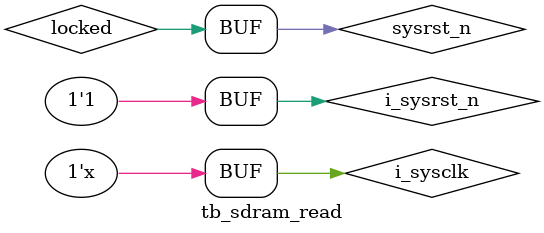
<source format=v>
/*
读模块的仿真在写模块的仿真基础上进行验证，即先进行初始化，然后进行写操作，最后进行读操作。
*/
`timescale 1ns/1ns
module tb_sdram_read();

//inports reg
reg             i_sysclk;
reg             i_sysrst_n;
reg     [15:0]  i_wr_data;
reg             i_write_start;
reg             i_read_start;

//wire definitions
wire    clk_50m         ;
wire    clk_100m        ;
wire    clk_100m_shift  ;
wire    locked          ;
wire    sysnrst_n       ;

//使用这六个信号进行简单的仲裁处理
wire    [3:0]      sdram_cmd       ;
wire    [1:0]      sdram_ba        ;
wire    [12:0]     sdram_addr      ;
wire    [3:0]      w_r_cmd         ;
wire    [1:0]      w_r_ba          ;
wire    [12:0]     w_r_addr        ;

// sdram_init outports wire
wire [3:0]  	o_init_cmd;
wire [1:0]  	o_init_ba;
wire [12:0] 	o_init_addr;
wire        	o_init_done;

// sdram_write outports wire
wire [3:0]  	o_wr_cmd;
wire [1:0]  	o_wr_ba;
wire [12:0] 	o_wr_addr;
wire [15:0] 	o_wr_data;
wire        	o_wr_done;
wire        	o_wr_ack;
wire        	sdram_wr_dq_oe;

// sdram_read outports wire
wire        	o_rd_ack;
wire [3:0]  	o_rd_cmd;
wire [1:0]  	o_rd_ba;
wire [12:0] 	o_rd_addr;
wire [15:0] 	o_rd_data;
wire        	o_rd_done;


//定义SDRAM的数据端口，该端口是三态的
wire    [15:0]  sdram_data;

//sdram_data
assign  sdram_data = (sdram_wr_dq_oe) ? o_wr_data : 16'dz;

//产生i_wr_data
always @(posedge clk_100m or negedge sysrst_n)
        if(!sysrst_n)
                i_wr_data <= 16'd0;
        else if(i_wr_data == 16'd10)
                i_wr_data <= 16'd0;
        else if(o_wr_ack)
                i_wr_data <= i_wr_data + 1;
        else
                i_wr_data <= i_wr_data;

//产生i_write_start
always @(posedge clk_100m or negedge sysrst_n)
        if(!sysrst_n)
                i_write_start <= 1'b1;
        else if(o_wr_done)
                i_write_start <= 1'b0;
//        else if(o_init_done)
//                i_write_start <= 1'b1;
        else
                i_write_start <= i_write_start;

//产生i_read_start
always @(posedge clk_100m or negedge sysrst_n)
        if(!sysrst_n)
                i_read_start <= 1'b0;
        else if(o_rd_done)
                i_read_start <= 1'b0;
        else if(!i_write_start)
                i_read_start <= 1'b1;
        else
                i_read_start <= i_read_start;

//初始化时钟和复位
initial begin
        i_sysclk = 1'b1;
        i_sysrst_n <= 1'b0;
        #30;
        i_sysrst_n <= 1'b1;
end

//产生时钟
always #10 i_sysclk = ~i_sysclk;

//生成复位信号，这个复位信号在时钟稳定后撤掉
assign  sysrst_n = i_sysrst_n & locked;

//使用 PLL 产生所需的时钟信号
clk_gen	clk_gen_inst (
	.areset ( !i_sysrst_n ),//PLL的复位信号是高电平有效
	.inclk0 ( i_sysclk ),
	.c0 ( clk_50m ),
	.c1 ( clk_100m ),
	.c2 ( clk_100m_shift ),
	.locked ( locked )
	);

//实例化sdram_init
sdram_init u_sdram_init(
	.i_sysclk    	( clk_100m     ),
	.i_sysrst_n  	( sysrst_n     ),
	.o_init_cmd  	( o_init_cmd   ),
	.o_init_ba   	( o_init_ba    ),
	.o_init_addr 	( o_init_addr  ),
	.o_init_done 	( o_init_done  )
);

//实例化sdram_write
sdram_write u_sdram_write(
	.i_sysclk     	        ( clk_100m        ),
	.i_sysrst_n             ( sysrst_n        ),
	.i_init_done    	( o_init_done     ),
	.i_wr_addr      	( 24'h000_000     ),
	.i_wr_data      	( i_wr_data       ),
	.i_wr_burst_len 	( 10              ),
	.i_write_start  	( i_write_start   ),
	.o_wr_cmd       	( o_wr_cmd        ),
	.o_wr_ba        	( o_wr_ba         ),
	.o_wr_addr      	( o_wr_addr       ),
	.o_wr_data      	( o_wr_data       ),
	.o_wr_done      	( o_wr_done       ),
	.o_wr_ack       	( o_wr_ack        ),
	.sdram_wr_dq_oe 	( sdram_wr_dq_oe  )
);

//实例化sdram_read
sdram_read u_sdram_read(
	.i_sysclk       	( clk_100m        ),
	.i_sysrst_n     	( sysrst_n        ),
	.i_init_done    	( o_init_done     ),
	.i_rd_addr      	( 24'h000_000     ),
	.i_rd_data      	( sdram_data      ),
	.i_rd_burst_len 	( 10              ),
	.i_read_start   	( i_read_start    ),
	.o_rd_ack       	( o_rd_ack        ),
	.o_rd_cmd       	( o_rd_cmd        ),
	.o_rd_ba        	( o_rd_ba         ),
	.o_rd_addr      	( o_rd_addr       ),
	.o_rd_data      	( o_rd_data       ),
	.o_rd_done      	( o_rd_done       )
);

//仲裁处理
assign  sdram_cmd       =       (o_init_done)   ? w_r_cmd   : o_init_cmd ;//初始化完成，将读写指令传给sdram，否则将初始化指令传给sdram
assign  sdram_ba        =       (o_init_done)   ? w_r_ba    : o_init_ba  ;//初始化完成，将读写指令传给sdram，否则将初始化指令传给sdram
assign  sdram_addr      =       (o_init_done)   ? w_r_addr  : o_init_addr;//初始化完成，将读写指令传给sdram，否则将初始化指令传给sdram
assign  w_r_cmd         =       (i_write_start) ? o_wr_cmd  : o_rd_cmd   ;
assign  w_r_ba          =       (i_write_start) ? o_wr_ba   : o_rd_ba    ;
assign  w_r_addr        =       (i_write_start) ? o_wr_addr : o_rd_addr  ;

//使用sdram_model_plus进行仿真，sdram_model_plus是sdram的仿真模型
sdram_model_plus u_sdram_model_plus(
        .Dq     (),//没有数据线，不连接
        .Addr   (o_init_addr),
        .Ba     (o_init_ba),
        .Clk    (clk_100m_shift),//SDRAM的时钟需要相位偏移
        .Cke    (1'b1),//时钟使能
        .Cs_n   (o_init_cmd[3]),
        .Ras_n  (o_init_cmd[2]),
        .Cas_n  (o_init_cmd[1]),
        .We_n   (o_init_cmd[0]),
        .Dqm    (2'b00),//不使用数据掩码
        .Debug  (1'b1)//不使用调试接口
);

//按照板子实际所用的SDRAM的型号，重新定义sdr中的参数，便于进行仿真
defparam        u_sdram_model_plus.addr_bits = 13;              //地址位宽
defparam        u_sdram_model_plus.dq_bits   = 16;              //数据位宽
defparam        u_sdram_model_plus.col_bits  = 9 ;              //列地址位宽
defparam        u_sdram_model_plus.mem_sizes = 2*1024*1024;     //L-Bank容量

endmodule
</source>
